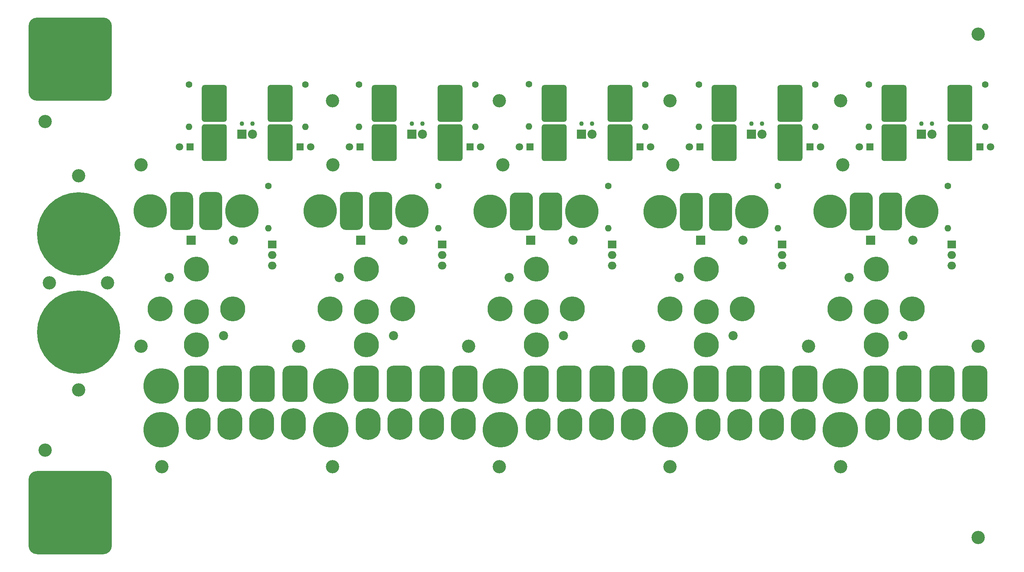
<source format=gbr>
%TF.GenerationSoftware,KiCad,Pcbnew,(5.1.8)-1*%
%TF.CreationDate,2021-07-20T10:02:20+02:00*%
%TF.ProjectId,FJElectricsPCBFront,464a456c-6563-4747-9269-637350434246,rev?*%
%TF.SameCoordinates,Original*%
%TF.FileFunction,Soldermask,Top*%
%TF.FilePolarity,Negative*%
%FSLAX46Y46*%
G04 Gerber Fmt 4.6, Leading zero omitted, Abs format (unit mm)*
G04 Created by KiCad (PCBNEW (5.1.8)-1) date 2021-07-20 10:02:20*
%MOMM*%
%LPD*%
G01*
G04 APERTURE LIST*
%ADD10C,3.200000*%
%ADD11O,1.600000X1.600000*%
%ADD12C,1.600000*%
%ADD13O,2.000000X1.905000*%
%ADD14R,2.000000X1.905000*%
%ADD15C,1.100000*%
%ADD16C,2.200000*%
%ADD17R,2.200000X2.200000*%
%ADD18O,2.200000X2.200000*%
%ADD19C,1.800000*%
%ADD20R,1.800000X1.800000*%
%ADD21O,6.000000X7.620000*%
%ADD22O,8.500000X8.500000*%
%ADD23C,1.500000*%
%ADD24C,8.000000*%
%ADD25C,2.000000*%
%ADD26C,20.000000*%
%ADD27C,6.000000*%
G04 APERTURE END LIST*
D10*
%TO.C,H14*%
X6000000Y-75800000D03*
%TD*%
%TO.C,H3*%
X-8000000Y-75800000D03*
%TD*%
%TO.C,H19*%
X-1000000Y-101500000D03*
%TD*%
%TO.C,H18*%
X-1000000Y-50000000D03*
%TD*%
%TO.C,H28*%
X100000000Y-120000000D03*
%TD*%
%TO.C,H26*%
X141000000Y-120000000D03*
%TD*%
%TO.C,H13*%
X182000000Y-120000000D03*
%TD*%
%TO.C,H8*%
X60000000Y-120000000D03*
%TD*%
D11*
%TO.C,R15*%
X166955000Y-62660000D03*
D12*
X166955000Y-52500000D03*
%TD*%
D11*
%TO.C,R14*%
X85355000Y-62660000D03*
D12*
X85355000Y-52500000D03*
%TD*%
D11*
%TO.C,R13*%
X207755000Y-62660000D03*
D12*
X207755000Y-52500000D03*
%TD*%
D11*
%TO.C,R12*%
X126155000Y-62660000D03*
D12*
X126155000Y-52500000D03*
%TD*%
D13*
%TO.C,Q5*%
X167900000Y-71580000D03*
X167900000Y-69040000D03*
D14*
X167900000Y-66500000D03*
%TD*%
D13*
%TO.C,Q4*%
X86300000Y-71580000D03*
X86300000Y-69040000D03*
D14*
X86300000Y-66500000D03*
%TD*%
D13*
%TO.C,Q3*%
X208700000Y-71580000D03*
X208700000Y-69040000D03*
D14*
X208700000Y-66500000D03*
%TD*%
D13*
%TO.C,Q2*%
X127100000Y-71580000D03*
X127100000Y-69040000D03*
D14*
X127100000Y-66500000D03*
%TD*%
D15*
%TO.C,J10*%
X163140000Y-37460000D03*
D16*
X163140000Y-40000000D03*
D15*
X160600000Y-37460000D03*
D17*
X160600000Y-40000000D03*
%TD*%
D15*
%TO.C,J8*%
X81540000Y-37460000D03*
D16*
X81540000Y-40000000D03*
D15*
X79000000Y-37460000D03*
D17*
X79000000Y-40000000D03*
%TD*%
D15*
%TO.C,J7*%
X203940000Y-37460000D03*
D16*
X203940000Y-40000000D03*
D15*
X201400000Y-37460000D03*
D17*
X201400000Y-40000000D03*
%TD*%
D15*
%TO.C,J5*%
X122340000Y-37460000D03*
D16*
X122340000Y-40000000D03*
D15*
X119800000Y-37460000D03*
D17*
X119800000Y-40000000D03*
%TD*%
D18*
%TO.C,D5*%
X158560000Y-65500000D03*
D17*
X148400000Y-65500000D03*
%TD*%
D18*
%TO.C,D4*%
X76960000Y-65500000D03*
D17*
X66800000Y-65500000D03*
%TD*%
D18*
%TO.C,D3*%
X199360000Y-65500000D03*
D17*
X189200000Y-65500000D03*
%TD*%
D18*
%TO.C,D2*%
X117760000Y-65500000D03*
D17*
X107600000Y-65500000D03*
%TD*%
D15*
%TO.C,J2*%
X40740000Y-37460000D03*
D16*
X40740000Y-40000000D03*
D15*
X38200000Y-37460000D03*
D17*
X38200000Y-40000000D03*
%TD*%
D10*
%TO.C,H1*%
X14000000Y-47400000D03*
%TD*%
D11*
%TO.C,R11*%
X44555000Y-62660000D03*
D12*
X44555000Y-52500000D03*
%TD*%
D13*
%TO.C,Q1*%
X45500000Y-71580000D03*
X45500000Y-69040000D03*
D14*
X45500000Y-66500000D03*
%TD*%
D18*
%TO.C,D1*%
X36160000Y-65500000D03*
D17*
X26000000Y-65500000D03*
%TD*%
D11*
%TO.C,R4*%
X147925000Y-38260000D03*
D12*
X147925000Y-28100000D03*
%TD*%
D11*
%TO.C,R5*%
X188725000Y-38260000D03*
D12*
X188725000Y-28100000D03*
%TD*%
D11*
%TO.C,R6*%
X53485000Y-38260000D03*
D12*
X53485000Y-28100000D03*
%TD*%
D11*
%TO.C,R7*%
X94285000Y-38260000D03*
D12*
X94285000Y-28100000D03*
%TD*%
D11*
%TO.C,R8*%
X135085000Y-38260000D03*
D12*
X135085000Y-28100000D03*
%TD*%
D11*
%TO.C,R9*%
X175885000Y-38260000D03*
D12*
X175885000Y-28100000D03*
%TD*%
D11*
%TO.C,R10*%
X216685000Y-38260000D03*
D12*
X216685000Y-28100000D03*
%TD*%
D19*
%TO.C,Fuse3*%
X104864000Y-43100000D03*
D20*
X107404000Y-43100000D03*
%TD*%
D19*
%TO.C,Fuse4*%
X145664000Y-43100000D03*
D20*
X148204000Y-43100000D03*
%TD*%
D19*
%TO.C,Fuse5*%
X186464000Y-43100000D03*
D20*
X189004000Y-43100000D03*
%TD*%
D19*
%TO.C,Fuse7*%
X95550000Y-43100000D03*
D20*
X93010000Y-43100000D03*
%TD*%
D19*
%TO.C,Fuse9*%
X177150000Y-43100000D03*
D20*
X174610000Y-43100000D03*
%TD*%
D11*
%TO.C,R3*%
X107125000Y-38160000D03*
D12*
X107125000Y-28000000D03*
%TD*%
D19*
%TO.C,Fuse2*%
X64064000Y-43100000D03*
D20*
X66604000Y-43100000D03*
%TD*%
D19*
%TO.C,Fuse6*%
X54750000Y-43100000D03*
D20*
X52210000Y-43100000D03*
%TD*%
D11*
%TO.C,R2*%
X66325000Y-38260000D03*
D12*
X66325000Y-28100000D03*
%TD*%
%TO.C,Fuse_2*%
G36*
G01*
X74807000Y-34200000D02*
X70007000Y-34200000D01*
G75*
G02*
X69407000Y-33600000I0J600000D01*
G01*
X69407000Y-28800000D01*
G75*
G02*
X70007000Y-28200000I600000J0D01*
G01*
X74807000Y-28200000D01*
G75*
G02*
X75407000Y-28800000I0J-600000D01*
G01*
X75407000Y-33600000D01*
G75*
G02*
X74807000Y-34200000I-600000J0D01*
G01*
G37*
G36*
G01*
X74857000Y-37050000D02*
X69957000Y-37050000D01*
G75*
G02*
X69407000Y-36500000I0J550000D01*
G01*
X69407000Y-32100000D01*
G75*
G02*
X69957000Y-31550000I550000J0D01*
G01*
X74857000Y-31550000D01*
G75*
G02*
X75407000Y-32100000I0J-550000D01*
G01*
X75407000Y-36500000D01*
G75*
G02*
X74857000Y-37050000I-550000J0D01*
G01*
G37*
G36*
G01*
X74857000Y-43150000D02*
X69957000Y-43150000D01*
G75*
G02*
X69407000Y-42600000I0J550000D01*
G01*
X69407000Y-38200000D01*
G75*
G02*
X69957000Y-37650000I550000J0D01*
G01*
X74857000Y-37650000D01*
G75*
G02*
X75407000Y-38200000I0J-550000D01*
G01*
X75407000Y-42600000D01*
G75*
G02*
X74857000Y-43150000I-550000J0D01*
G01*
G37*
G36*
G01*
X74807000Y-46500000D02*
X70007000Y-46500000D01*
G75*
G02*
X69407000Y-45900000I0J600000D01*
G01*
X69407000Y-41100000D01*
G75*
G02*
X70007000Y-40500000I600000J0D01*
G01*
X74807000Y-40500000D01*
G75*
G02*
X75407000Y-41100000I0J-600000D01*
G01*
X75407000Y-45900000D01*
G75*
G02*
X74807000Y-46500000I-600000J0D01*
G01*
G37*
%TD*%
%TO.C,Fuse_3*%
G36*
G01*
X115607000Y-34200000D02*
X110807000Y-34200000D01*
G75*
G02*
X110207000Y-33600000I0J600000D01*
G01*
X110207000Y-28800000D01*
G75*
G02*
X110807000Y-28200000I600000J0D01*
G01*
X115607000Y-28200000D01*
G75*
G02*
X116207000Y-28800000I0J-600000D01*
G01*
X116207000Y-33600000D01*
G75*
G02*
X115607000Y-34200000I-600000J0D01*
G01*
G37*
G36*
G01*
X115657000Y-37050000D02*
X110757000Y-37050000D01*
G75*
G02*
X110207000Y-36500000I0J550000D01*
G01*
X110207000Y-32100000D01*
G75*
G02*
X110757000Y-31550000I550000J0D01*
G01*
X115657000Y-31550000D01*
G75*
G02*
X116207000Y-32100000I0J-550000D01*
G01*
X116207000Y-36500000D01*
G75*
G02*
X115657000Y-37050000I-550000J0D01*
G01*
G37*
G36*
G01*
X115657000Y-43150000D02*
X110757000Y-43150000D01*
G75*
G02*
X110207000Y-42600000I0J550000D01*
G01*
X110207000Y-38200000D01*
G75*
G02*
X110757000Y-37650000I550000J0D01*
G01*
X115657000Y-37650000D01*
G75*
G02*
X116207000Y-38200000I0J-550000D01*
G01*
X116207000Y-42600000D01*
G75*
G02*
X115657000Y-43150000I-550000J0D01*
G01*
G37*
G36*
G01*
X115607000Y-46500000D02*
X110807000Y-46500000D01*
G75*
G02*
X110207000Y-45900000I0J600000D01*
G01*
X110207000Y-41100000D01*
G75*
G02*
X110807000Y-40500000I600000J0D01*
G01*
X115607000Y-40500000D01*
G75*
G02*
X116207000Y-41100000I0J-600000D01*
G01*
X116207000Y-45900000D01*
G75*
G02*
X115607000Y-46500000I-600000J0D01*
G01*
G37*
%TD*%
%TO.C,Fuse_4*%
G36*
G01*
X156407000Y-34200000D02*
X151607000Y-34200000D01*
G75*
G02*
X151007000Y-33600000I0J600000D01*
G01*
X151007000Y-28800000D01*
G75*
G02*
X151607000Y-28200000I600000J0D01*
G01*
X156407000Y-28200000D01*
G75*
G02*
X157007000Y-28800000I0J-600000D01*
G01*
X157007000Y-33600000D01*
G75*
G02*
X156407000Y-34200000I-600000J0D01*
G01*
G37*
G36*
G01*
X156457000Y-37050000D02*
X151557000Y-37050000D01*
G75*
G02*
X151007000Y-36500000I0J550000D01*
G01*
X151007000Y-32100000D01*
G75*
G02*
X151557000Y-31550000I550000J0D01*
G01*
X156457000Y-31550000D01*
G75*
G02*
X157007000Y-32100000I0J-550000D01*
G01*
X157007000Y-36500000D01*
G75*
G02*
X156457000Y-37050000I-550000J0D01*
G01*
G37*
G36*
G01*
X156457000Y-43150000D02*
X151557000Y-43150000D01*
G75*
G02*
X151007000Y-42600000I0J550000D01*
G01*
X151007000Y-38200000D01*
G75*
G02*
X151557000Y-37650000I550000J0D01*
G01*
X156457000Y-37650000D01*
G75*
G02*
X157007000Y-38200000I0J-550000D01*
G01*
X157007000Y-42600000D01*
G75*
G02*
X156457000Y-43150000I-550000J0D01*
G01*
G37*
G36*
G01*
X156407000Y-46500000D02*
X151607000Y-46500000D01*
G75*
G02*
X151007000Y-45900000I0J600000D01*
G01*
X151007000Y-41100000D01*
G75*
G02*
X151607000Y-40500000I600000J0D01*
G01*
X156407000Y-40500000D01*
G75*
G02*
X157007000Y-41100000I0J-600000D01*
G01*
X157007000Y-45900000D01*
G75*
G02*
X156407000Y-46500000I-600000J0D01*
G01*
G37*
%TD*%
%TO.C,Fuse_5*%
G36*
G01*
X197207000Y-34200000D02*
X192407000Y-34200000D01*
G75*
G02*
X191807000Y-33600000I0J600000D01*
G01*
X191807000Y-28800000D01*
G75*
G02*
X192407000Y-28200000I600000J0D01*
G01*
X197207000Y-28200000D01*
G75*
G02*
X197807000Y-28800000I0J-600000D01*
G01*
X197807000Y-33600000D01*
G75*
G02*
X197207000Y-34200000I-600000J0D01*
G01*
G37*
G36*
G01*
X197257000Y-37050000D02*
X192357000Y-37050000D01*
G75*
G02*
X191807000Y-36500000I0J550000D01*
G01*
X191807000Y-32100000D01*
G75*
G02*
X192357000Y-31550000I550000J0D01*
G01*
X197257000Y-31550000D01*
G75*
G02*
X197807000Y-32100000I0J-550000D01*
G01*
X197807000Y-36500000D01*
G75*
G02*
X197257000Y-37050000I-550000J0D01*
G01*
G37*
G36*
G01*
X197257000Y-43150000D02*
X192357000Y-43150000D01*
G75*
G02*
X191807000Y-42600000I0J550000D01*
G01*
X191807000Y-38200000D01*
G75*
G02*
X192357000Y-37650000I550000J0D01*
G01*
X197257000Y-37650000D01*
G75*
G02*
X197807000Y-38200000I0J-550000D01*
G01*
X197807000Y-42600000D01*
G75*
G02*
X197257000Y-43150000I-550000J0D01*
G01*
G37*
G36*
G01*
X197207000Y-46500000D02*
X192407000Y-46500000D01*
G75*
G02*
X191807000Y-45900000I0J600000D01*
G01*
X191807000Y-41100000D01*
G75*
G02*
X192407000Y-40500000I600000J0D01*
G01*
X197207000Y-40500000D01*
G75*
G02*
X197807000Y-41100000I0J-600000D01*
G01*
X197807000Y-45900000D01*
G75*
G02*
X197207000Y-46500000I-600000J0D01*
G01*
G37*
%TD*%
%TO.C,Fuse_6*%
G36*
G01*
X49807000Y-34200000D02*
X45007000Y-34200000D01*
G75*
G02*
X44407000Y-33600000I0J600000D01*
G01*
X44407000Y-28800000D01*
G75*
G02*
X45007000Y-28200000I600000J0D01*
G01*
X49807000Y-28200000D01*
G75*
G02*
X50407000Y-28800000I0J-600000D01*
G01*
X50407000Y-33600000D01*
G75*
G02*
X49807000Y-34200000I-600000J0D01*
G01*
G37*
G36*
G01*
X49857000Y-37050000D02*
X44957000Y-37050000D01*
G75*
G02*
X44407000Y-36500000I0J550000D01*
G01*
X44407000Y-32100000D01*
G75*
G02*
X44957000Y-31550000I550000J0D01*
G01*
X49857000Y-31550000D01*
G75*
G02*
X50407000Y-32100000I0J-550000D01*
G01*
X50407000Y-36500000D01*
G75*
G02*
X49857000Y-37050000I-550000J0D01*
G01*
G37*
G36*
G01*
X49857000Y-43150000D02*
X44957000Y-43150000D01*
G75*
G02*
X44407000Y-42600000I0J550000D01*
G01*
X44407000Y-38200000D01*
G75*
G02*
X44957000Y-37650000I550000J0D01*
G01*
X49857000Y-37650000D01*
G75*
G02*
X50407000Y-38200000I0J-550000D01*
G01*
X50407000Y-42600000D01*
G75*
G02*
X49857000Y-43150000I-550000J0D01*
G01*
G37*
G36*
G01*
X49807000Y-46500000D02*
X45007000Y-46500000D01*
G75*
G02*
X44407000Y-45900000I0J600000D01*
G01*
X44407000Y-41100000D01*
G75*
G02*
X45007000Y-40500000I600000J0D01*
G01*
X49807000Y-40500000D01*
G75*
G02*
X50407000Y-41100000I0J-600000D01*
G01*
X50407000Y-45900000D01*
G75*
G02*
X49807000Y-46500000I-600000J0D01*
G01*
G37*
%TD*%
%TO.C,Fuse_8*%
G36*
G01*
X131407000Y-34200000D02*
X126607000Y-34200000D01*
G75*
G02*
X126007000Y-33600000I0J600000D01*
G01*
X126007000Y-28800000D01*
G75*
G02*
X126607000Y-28200000I600000J0D01*
G01*
X131407000Y-28200000D01*
G75*
G02*
X132007000Y-28800000I0J-600000D01*
G01*
X132007000Y-33600000D01*
G75*
G02*
X131407000Y-34200000I-600000J0D01*
G01*
G37*
G36*
G01*
X131457000Y-37050000D02*
X126557000Y-37050000D01*
G75*
G02*
X126007000Y-36500000I0J550000D01*
G01*
X126007000Y-32100000D01*
G75*
G02*
X126557000Y-31550000I550000J0D01*
G01*
X131457000Y-31550000D01*
G75*
G02*
X132007000Y-32100000I0J-550000D01*
G01*
X132007000Y-36500000D01*
G75*
G02*
X131457000Y-37050000I-550000J0D01*
G01*
G37*
G36*
G01*
X131457000Y-43150000D02*
X126557000Y-43150000D01*
G75*
G02*
X126007000Y-42600000I0J550000D01*
G01*
X126007000Y-38200000D01*
G75*
G02*
X126557000Y-37650000I550000J0D01*
G01*
X131457000Y-37650000D01*
G75*
G02*
X132007000Y-38200000I0J-550000D01*
G01*
X132007000Y-42600000D01*
G75*
G02*
X131457000Y-43150000I-550000J0D01*
G01*
G37*
G36*
G01*
X131407000Y-46500000D02*
X126607000Y-46500000D01*
G75*
G02*
X126007000Y-45900000I0J600000D01*
G01*
X126007000Y-41100000D01*
G75*
G02*
X126607000Y-40500000I600000J0D01*
G01*
X131407000Y-40500000D01*
G75*
G02*
X132007000Y-41100000I0J-600000D01*
G01*
X132007000Y-45900000D01*
G75*
G02*
X131407000Y-46500000I-600000J0D01*
G01*
G37*
%TD*%
%TO.C,Fuse_9*%
G36*
G01*
X172207000Y-34200000D02*
X167407000Y-34200000D01*
G75*
G02*
X166807000Y-33600000I0J600000D01*
G01*
X166807000Y-28800000D01*
G75*
G02*
X167407000Y-28200000I600000J0D01*
G01*
X172207000Y-28200000D01*
G75*
G02*
X172807000Y-28800000I0J-600000D01*
G01*
X172807000Y-33600000D01*
G75*
G02*
X172207000Y-34200000I-600000J0D01*
G01*
G37*
G36*
G01*
X172257000Y-37050000D02*
X167357000Y-37050000D01*
G75*
G02*
X166807000Y-36500000I0J550000D01*
G01*
X166807000Y-32100000D01*
G75*
G02*
X167357000Y-31550000I550000J0D01*
G01*
X172257000Y-31550000D01*
G75*
G02*
X172807000Y-32100000I0J-550000D01*
G01*
X172807000Y-36500000D01*
G75*
G02*
X172257000Y-37050000I-550000J0D01*
G01*
G37*
G36*
G01*
X172257000Y-43150000D02*
X167357000Y-43150000D01*
G75*
G02*
X166807000Y-42600000I0J550000D01*
G01*
X166807000Y-38200000D01*
G75*
G02*
X167357000Y-37650000I550000J0D01*
G01*
X172257000Y-37650000D01*
G75*
G02*
X172807000Y-38200000I0J-550000D01*
G01*
X172807000Y-42600000D01*
G75*
G02*
X172257000Y-43150000I-550000J0D01*
G01*
G37*
G36*
G01*
X172207000Y-46500000D02*
X167407000Y-46500000D01*
G75*
G02*
X166807000Y-45900000I0J600000D01*
G01*
X166807000Y-41100000D01*
G75*
G02*
X167407000Y-40500000I600000J0D01*
G01*
X172207000Y-40500000D01*
G75*
G02*
X172807000Y-41100000I0J-600000D01*
G01*
X172807000Y-45900000D01*
G75*
G02*
X172207000Y-46500000I-600000J0D01*
G01*
G37*
%TD*%
%TO.C,Fuse_10*%
G36*
G01*
X213007000Y-34200000D02*
X208207000Y-34200000D01*
G75*
G02*
X207607000Y-33600000I0J600000D01*
G01*
X207607000Y-28800000D01*
G75*
G02*
X208207000Y-28200000I600000J0D01*
G01*
X213007000Y-28200000D01*
G75*
G02*
X213607000Y-28800000I0J-600000D01*
G01*
X213607000Y-33600000D01*
G75*
G02*
X213007000Y-34200000I-600000J0D01*
G01*
G37*
G36*
G01*
X213057000Y-37050000D02*
X208157000Y-37050000D01*
G75*
G02*
X207607000Y-36500000I0J550000D01*
G01*
X207607000Y-32100000D01*
G75*
G02*
X208157000Y-31550000I550000J0D01*
G01*
X213057000Y-31550000D01*
G75*
G02*
X213607000Y-32100000I0J-550000D01*
G01*
X213607000Y-36500000D01*
G75*
G02*
X213057000Y-37050000I-550000J0D01*
G01*
G37*
G36*
G01*
X213057000Y-43150000D02*
X208157000Y-43150000D01*
G75*
G02*
X207607000Y-42600000I0J550000D01*
G01*
X207607000Y-38200000D01*
G75*
G02*
X208157000Y-37650000I550000J0D01*
G01*
X213057000Y-37650000D01*
G75*
G02*
X213607000Y-38200000I0J-550000D01*
G01*
X213607000Y-42600000D01*
G75*
G02*
X213057000Y-43150000I-550000J0D01*
G01*
G37*
G36*
G01*
X213007000Y-46500000D02*
X208207000Y-46500000D01*
G75*
G02*
X207607000Y-45900000I0J600000D01*
G01*
X207607000Y-41100000D01*
G75*
G02*
X208207000Y-40500000I600000J0D01*
G01*
X213007000Y-40500000D01*
G75*
G02*
X213607000Y-41100000I0J-600000D01*
G01*
X213607000Y-45900000D01*
G75*
G02*
X213007000Y-46500000I-600000J0D01*
G01*
G37*
%TD*%
D10*
%TO.C,H7*%
X215000000Y-137000000D03*
%TD*%
%TO.C,H10*%
X60100000Y-47400000D03*
%TD*%
%TO.C,H15*%
X182000000Y-32000000D03*
%TD*%
%TO.C,H21*%
X19000000Y-120000000D03*
%TD*%
%TO.C,H23*%
X215000000Y-16000000D03*
%TD*%
%TO.C,H24*%
X100900000Y-47400000D03*
%TD*%
%TO.C,H27*%
X141700000Y-47400000D03*
%TD*%
%TO.C,H33*%
X182500000Y-47400000D03*
%TD*%
%TO.C,H36*%
X100000000Y-32000000D03*
%TD*%
D21*
%TO.C,J3*%
X27720000Y-109700000D03*
X35340000Y-109700000D03*
%TD*%
%TO.C,J6*%
X109320000Y-109790000D03*
X116940000Y-109790000D03*
%TD*%
%TO.C,J9*%
X150120000Y-109900000D03*
X157740000Y-109900000D03*
%TD*%
%TO.C,J14*%
X190920000Y-109790000D03*
X198540000Y-109790000D03*
%TD*%
%TO.C,J15*%
G36*
G01*
X40100000Y-102900000D02*
X40100000Y-97200000D01*
G75*
G02*
X41600000Y-95700000I1500000J0D01*
G01*
X44600000Y-95700000D01*
G75*
G02*
X46100000Y-97200000I0J-1500000D01*
G01*
X46100000Y-102900000D01*
G75*
G02*
X44600000Y-104400000I-1500000J0D01*
G01*
X41600000Y-104400000D01*
G75*
G02*
X40100000Y-102900000I0J1500000D01*
G01*
G37*
G36*
G01*
X48000000Y-102900000D02*
X48000000Y-97200000D01*
G75*
G02*
X49500000Y-95700000I1500000J0D01*
G01*
X52500000Y-95700000D01*
G75*
G02*
X54000000Y-97200000I0J-1500000D01*
G01*
X54000000Y-102900000D01*
G75*
G02*
X52500000Y-104400000I-1500000J0D01*
G01*
X49500000Y-104400000D01*
G75*
G02*
X48000000Y-102900000I0J1500000D01*
G01*
G37*
%TD*%
%TO.C,J16*%
G36*
G01*
X80900000Y-102895000D02*
X80900000Y-97195000D01*
G75*
G02*
X82400000Y-95695000I1500000J0D01*
G01*
X85400000Y-95695000D01*
G75*
G02*
X86900000Y-97195000I0J-1500000D01*
G01*
X86900000Y-102895000D01*
G75*
G02*
X85400000Y-104395000I-1500000J0D01*
G01*
X82400000Y-104395000D01*
G75*
G02*
X80900000Y-102895000I0J1500000D01*
G01*
G37*
G36*
G01*
X88800000Y-102895000D02*
X88800000Y-97195000D01*
G75*
G02*
X90300000Y-95695000I1500000J0D01*
G01*
X93300000Y-95695000D01*
G75*
G02*
X94800000Y-97195000I0J-1500000D01*
G01*
X94800000Y-102895000D01*
G75*
G02*
X93300000Y-104395000I-1500000J0D01*
G01*
X90300000Y-104395000D01*
G75*
G02*
X88800000Y-102895000I0J1500000D01*
G01*
G37*
%TD*%
%TO.C,J19*%
G36*
G01*
X121700000Y-102900000D02*
X121700000Y-97200000D01*
G75*
G02*
X123200000Y-95700000I1500000J0D01*
G01*
X126200000Y-95700000D01*
G75*
G02*
X127700000Y-97200000I0J-1500000D01*
G01*
X127700000Y-102900000D01*
G75*
G02*
X126200000Y-104400000I-1500000J0D01*
G01*
X123200000Y-104400000D01*
G75*
G02*
X121700000Y-102900000I0J1500000D01*
G01*
G37*
G36*
G01*
X129600000Y-102900000D02*
X129600000Y-97200000D01*
G75*
G02*
X131100000Y-95700000I1500000J0D01*
G01*
X134100000Y-95700000D01*
G75*
G02*
X135600000Y-97200000I0J-1500000D01*
G01*
X135600000Y-102900000D01*
G75*
G02*
X134100000Y-104400000I-1500000J0D01*
G01*
X131100000Y-104400000D01*
G75*
G02*
X129600000Y-102900000I0J1500000D01*
G01*
G37*
%TD*%
%TO.C,J20*%
X83760000Y-109700000D03*
X91380000Y-109700000D03*
%TD*%
%TO.C,J22*%
G36*
G01*
X162500000Y-102900000D02*
X162500000Y-97200000D01*
G75*
G02*
X164000000Y-95700000I1500000J0D01*
G01*
X167000000Y-95700000D01*
G75*
G02*
X168500000Y-97200000I0J-1500000D01*
G01*
X168500000Y-102900000D01*
G75*
G02*
X167000000Y-104400000I-1500000J0D01*
G01*
X164000000Y-104400000D01*
G75*
G02*
X162500000Y-102900000I0J1500000D01*
G01*
G37*
G36*
G01*
X170400000Y-102900000D02*
X170400000Y-97200000D01*
G75*
G02*
X171900000Y-95700000I1500000J0D01*
G01*
X174900000Y-95700000D01*
G75*
G02*
X176400000Y-97200000I0J-1500000D01*
G01*
X176400000Y-102900000D01*
G75*
G02*
X174900000Y-104400000I-1500000J0D01*
G01*
X171900000Y-104400000D01*
G75*
G02*
X170400000Y-102900000I0J1500000D01*
G01*
G37*
%TD*%
%TO.C,J24*%
X124560000Y-109790000D03*
X132180000Y-109790000D03*
%TD*%
%TO.C,J25*%
G36*
G01*
X203300000Y-102900000D02*
X203300000Y-97200000D01*
G75*
G02*
X204800000Y-95700000I1500000J0D01*
G01*
X207800000Y-95700000D01*
G75*
G02*
X209300000Y-97200000I0J-1500000D01*
G01*
X209300000Y-102900000D01*
G75*
G02*
X207800000Y-104400000I-1500000J0D01*
G01*
X204800000Y-104400000D01*
G75*
G02*
X203300000Y-102900000I0J1500000D01*
G01*
G37*
G36*
G01*
X211200000Y-102900000D02*
X211200000Y-97200000D01*
G75*
G02*
X212700000Y-95700000I1500000J0D01*
G01*
X215700000Y-95700000D01*
G75*
G02*
X217200000Y-97200000I0J-1500000D01*
G01*
X217200000Y-102900000D01*
G75*
G02*
X215700000Y-104400000I-1500000J0D01*
G01*
X212700000Y-104400000D01*
G75*
G02*
X211200000Y-102900000I0J1500000D01*
G01*
G37*
%TD*%
%TO.C,J26*%
X165360000Y-109800000D03*
X172980000Y-109800000D03*
%TD*%
%TO.C,J27*%
X206160000Y-109790000D03*
X213780000Y-109790000D03*
%TD*%
%TO.C,J29*%
G36*
G01*
X24300000Y-102900000D02*
X24300000Y-97200000D01*
G75*
G02*
X25800000Y-95700000I1500000J0D01*
G01*
X28800000Y-95700000D01*
G75*
G02*
X30300000Y-97200000I0J-1500000D01*
G01*
X30300000Y-102900000D01*
G75*
G02*
X28800000Y-104400000I-1500000J0D01*
G01*
X25800000Y-104400000D01*
G75*
G02*
X24300000Y-102900000I0J1500000D01*
G01*
G37*
G36*
G01*
X32200000Y-102900000D02*
X32200000Y-97200000D01*
G75*
G02*
X33700000Y-95700000I1500000J0D01*
G01*
X36700000Y-95700000D01*
G75*
G02*
X38200000Y-97200000I0J-1500000D01*
G01*
X38200000Y-102900000D01*
G75*
G02*
X36700000Y-104400000I-1500000J0D01*
G01*
X33700000Y-104400000D01*
G75*
G02*
X32200000Y-102900000I0J1500000D01*
G01*
G37*
%TD*%
%TO.C,J30*%
G36*
G01*
X105900000Y-102900000D02*
X105900000Y-97200000D01*
G75*
G02*
X107400000Y-95700000I1500000J0D01*
G01*
X110400000Y-95700000D01*
G75*
G02*
X111900000Y-97200000I0J-1500000D01*
G01*
X111900000Y-102900000D01*
G75*
G02*
X110400000Y-104400000I-1500000J0D01*
G01*
X107400000Y-104400000D01*
G75*
G02*
X105900000Y-102900000I0J1500000D01*
G01*
G37*
G36*
G01*
X113800000Y-102900000D02*
X113800000Y-97200000D01*
G75*
G02*
X115300000Y-95700000I1500000J0D01*
G01*
X118300000Y-95700000D01*
G75*
G02*
X119800000Y-97200000I0J-1500000D01*
G01*
X119800000Y-102900000D01*
G75*
G02*
X118300000Y-104400000I-1500000J0D01*
G01*
X115300000Y-104400000D01*
G75*
G02*
X113800000Y-102900000I0J1500000D01*
G01*
G37*
%TD*%
%TO.C,J31*%
G36*
G01*
X187500000Y-102900000D02*
X187500000Y-97200000D01*
G75*
G02*
X189000000Y-95700000I1500000J0D01*
G01*
X192000000Y-95700000D01*
G75*
G02*
X193500000Y-97200000I0J-1500000D01*
G01*
X193500000Y-102900000D01*
G75*
G02*
X192000000Y-104400000I-1500000J0D01*
G01*
X189000000Y-104400000D01*
G75*
G02*
X187500000Y-102900000I0J1500000D01*
G01*
G37*
G36*
G01*
X195400000Y-102900000D02*
X195400000Y-97200000D01*
G75*
G02*
X196900000Y-95700000I1500000J0D01*
G01*
X199900000Y-95700000D01*
G75*
G02*
X201400000Y-97200000I0J-1500000D01*
G01*
X201400000Y-102900000D01*
G75*
G02*
X199900000Y-104400000I-1500000J0D01*
G01*
X196900000Y-104400000D01*
G75*
G02*
X195400000Y-102900000I0J1500000D01*
G01*
G37*
%TD*%
D22*
%TO.C,J32*%
X18800000Y-100600000D03*
X18800000Y-111100000D03*
%TD*%
%TO.C,J33*%
X100300000Y-100600000D03*
X100300000Y-111100000D03*
%TD*%
%TO.C,J34*%
X181900000Y-100600000D03*
X181900000Y-111100000D03*
%TD*%
%TO.C,J35*%
G36*
G01*
X65100000Y-102900000D02*
X65100000Y-97200000D01*
G75*
G02*
X66600000Y-95700000I1500000J0D01*
G01*
X69600000Y-95700000D01*
G75*
G02*
X71100000Y-97200000I0J-1500000D01*
G01*
X71100000Y-102900000D01*
G75*
G02*
X69600000Y-104400000I-1500000J0D01*
G01*
X66600000Y-104400000D01*
G75*
G02*
X65100000Y-102900000I0J1500000D01*
G01*
G37*
G36*
G01*
X73000000Y-102900000D02*
X73000000Y-97200000D01*
G75*
G02*
X74500000Y-95700000I1500000J0D01*
G01*
X77500000Y-95700000D01*
G75*
G02*
X79000000Y-97200000I0J-1500000D01*
G01*
X79000000Y-102900000D01*
G75*
G02*
X77500000Y-104400000I-1500000J0D01*
G01*
X74500000Y-104400000D01*
G75*
G02*
X73000000Y-102900000I0J1500000D01*
G01*
G37*
%TD*%
%TO.C,J36*%
G36*
G01*
X146700000Y-102900000D02*
X146700000Y-97200000D01*
G75*
G02*
X148200000Y-95700000I1500000J0D01*
G01*
X151200000Y-95700000D01*
G75*
G02*
X152700000Y-97200000I0J-1500000D01*
G01*
X152700000Y-102900000D01*
G75*
G02*
X151200000Y-104400000I-1500000J0D01*
G01*
X148200000Y-104400000D01*
G75*
G02*
X146700000Y-102900000I0J1500000D01*
G01*
G37*
G36*
G01*
X154600000Y-102900000D02*
X154600000Y-97200000D01*
G75*
G02*
X156100000Y-95700000I1500000J0D01*
G01*
X159100000Y-95700000D01*
G75*
G02*
X160600000Y-97200000I0J-1500000D01*
G01*
X160600000Y-102900000D01*
G75*
G02*
X159100000Y-104400000I-1500000J0D01*
G01*
X156100000Y-104400000D01*
G75*
G02*
X154600000Y-102900000I0J1500000D01*
G01*
G37*
%TD*%
%TO.C,J37*%
X59600000Y-100600000D03*
X59600000Y-111100000D03*
%TD*%
%TO.C,J38*%
X141100000Y-100600000D03*
X141100000Y-111100000D03*
%TD*%
D23*
%TO.C,SW1*%
X24750000Y-58450000D03*
X29750000Y-58450000D03*
D24*
X38250000Y-58500000D03*
X16250000Y-58500000D03*
G36*
G01*
X29375000Y-53950000D02*
X32125000Y-53950000D01*
G75*
G02*
X33500000Y-55325000I0J-1375000D01*
G01*
X33500000Y-58575000D01*
G75*
G02*
X32125000Y-59950000I-1375000J0D01*
G01*
X29375000Y-59950000D01*
G75*
G02*
X28000000Y-58575000I0J1375000D01*
G01*
X28000000Y-55325000D01*
G75*
G02*
X29375000Y-53950000I1375000J0D01*
G01*
G37*
G36*
G01*
X22375000Y-53950000D02*
X25125000Y-53950000D01*
G75*
G02*
X26500000Y-55325000I0J-1375000D01*
G01*
X26500000Y-58575000D01*
G75*
G02*
X25125000Y-59950000I-1375000J0D01*
G01*
X22375000Y-59950000D01*
G75*
G02*
X21000000Y-58575000I0J1375000D01*
G01*
X21000000Y-55325000D01*
G75*
G02*
X22375000Y-53950000I1375000J0D01*
G01*
G37*
G36*
G01*
X22375000Y-57050000D02*
X25125000Y-57050000D01*
G75*
G02*
X26500000Y-58425000I0J-1375000D01*
G01*
X26500000Y-61675000D01*
G75*
G02*
X25125000Y-63050000I-1375000J0D01*
G01*
X22375000Y-63050000D01*
G75*
G02*
X21000000Y-61675000I0J1375000D01*
G01*
X21000000Y-58425000D01*
G75*
G02*
X22375000Y-57050000I1375000J0D01*
G01*
G37*
G36*
G01*
X29375000Y-57050000D02*
X32125000Y-57050000D01*
G75*
G02*
X33500000Y-58425000I0J-1375000D01*
G01*
X33500000Y-61675000D01*
G75*
G02*
X32125000Y-63050000I-1375000J0D01*
G01*
X29375000Y-63050000D01*
G75*
G02*
X28000000Y-61675000I0J1375000D01*
G01*
X28000000Y-58425000D01*
G75*
G02*
X29375000Y-57050000I1375000J0D01*
G01*
G37*
%TD*%
D23*
%TO.C,SW2*%
X106350000Y-58550000D03*
X111350000Y-58550000D03*
D24*
X119850000Y-58600000D03*
X97850000Y-58600000D03*
G36*
G01*
X110975000Y-54050000D02*
X113725000Y-54050000D01*
G75*
G02*
X115100000Y-55425000I0J-1375000D01*
G01*
X115100000Y-58675000D01*
G75*
G02*
X113725000Y-60050000I-1375000J0D01*
G01*
X110975000Y-60050000D01*
G75*
G02*
X109600000Y-58675000I0J1375000D01*
G01*
X109600000Y-55425000D01*
G75*
G02*
X110975000Y-54050000I1375000J0D01*
G01*
G37*
G36*
G01*
X103975000Y-54050000D02*
X106725000Y-54050000D01*
G75*
G02*
X108100000Y-55425000I0J-1375000D01*
G01*
X108100000Y-58675000D01*
G75*
G02*
X106725000Y-60050000I-1375000J0D01*
G01*
X103975000Y-60050000D01*
G75*
G02*
X102600000Y-58675000I0J1375000D01*
G01*
X102600000Y-55425000D01*
G75*
G02*
X103975000Y-54050000I1375000J0D01*
G01*
G37*
G36*
G01*
X103975000Y-57150000D02*
X106725000Y-57150000D01*
G75*
G02*
X108100000Y-58525000I0J-1375000D01*
G01*
X108100000Y-61775000D01*
G75*
G02*
X106725000Y-63150000I-1375000J0D01*
G01*
X103975000Y-63150000D01*
G75*
G02*
X102600000Y-61775000I0J1375000D01*
G01*
X102600000Y-58525000D01*
G75*
G02*
X103975000Y-57150000I1375000J0D01*
G01*
G37*
G36*
G01*
X110975000Y-57150000D02*
X113725000Y-57150000D01*
G75*
G02*
X115100000Y-58525000I0J-1375000D01*
G01*
X115100000Y-61775000D01*
G75*
G02*
X113725000Y-63150000I-1375000J0D01*
G01*
X110975000Y-63150000D01*
G75*
G02*
X109600000Y-61775000I0J1375000D01*
G01*
X109600000Y-58525000D01*
G75*
G02*
X110975000Y-57150000I1375000J0D01*
G01*
G37*
%TD*%
D23*
%TO.C,SW3*%
X187950000Y-58550000D03*
X192950000Y-58550000D03*
D24*
X201450000Y-58600000D03*
X179450000Y-58600000D03*
G36*
G01*
X192575000Y-54050000D02*
X195325000Y-54050000D01*
G75*
G02*
X196700000Y-55425000I0J-1375000D01*
G01*
X196700000Y-58675000D01*
G75*
G02*
X195325000Y-60050000I-1375000J0D01*
G01*
X192575000Y-60050000D01*
G75*
G02*
X191200000Y-58675000I0J1375000D01*
G01*
X191200000Y-55425000D01*
G75*
G02*
X192575000Y-54050000I1375000J0D01*
G01*
G37*
G36*
G01*
X185575000Y-54050000D02*
X188325000Y-54050000D01*
G75*
G02*
X189700000Y-55425000I0J-1375000D01*
G01*
X189700000Y-58675000D01*
G75*
G02*
X188325000Y-60050000I-1375000J0D01*
G01*
X185575000Y-60050000D01*
G75*
G02*
X184200000Y-58675000I0J1375000D01*
G01*
X184200000Y-55425000D01*
G75*
G02*
X185575000Y-54050000I1375000J0D01*
G01*
G37*
G36*
G01*
X185575000Y-57150000D02*
X188325000Y-57150000D01*
G75*
G02*
X189700000Y-58525000I0J-1375000D01*
G01*
X189700000Y-61775000D01*
G75*
G02*
X188325000Y-63150000I-1375000J0D01*
G01*
X185575000Y-63150000D01*
G75*
G02*
X184200000Y-61775000I0J1375000D01*
G01*
X184200000Y-58525000D01*
G75*
G02*
X185575000Y-57150000I1375000J0D01*
G01*
G37*
G36*
G01*
X192575000Y-57150000D02*
X195325000Y-57150000D01*
G75*
G02*
X196700000Y-58525000I0J-1375000D01*
G01*
X196700000Y-61775000D01*
G75*
G02*
X195325000Y-63150000I-1375000J0D01*
G01*
X192575000Y-63150000D01*
G75*
G02*
X191200000Y-61775000I0J1375000D01*
G01*
X191200000Y-58525000D01*
G75*
G02*
X192575000Y-57150000I1375000J0D01*
G01*
G37*
%TD*%
D23*
%TO.C,SW4*%
X65550000Y-58450000D03*
X70550000Y-58450000D03*
D24*
X79050000Y-58500000D03*
X57050000Y-58500000D03*
G36*
G01*
X70175000Y-53950000D02*
X72925000Y-53950000D01*
G75*
G02*
X74300000Y-55325000I0J-1375000D01*
G01*
X74300000Y-58575000D01*
G75*
G02*
X72925000Y-59950000I-1375000J0D01*
G01*
X70175000Y-59950000D01*
G75*
G02*
X68800000Y-58575000I0J1375000D01*
G01*
X68800000Y-55325000D01*
G75*
G02*
X70175000Y-53950000I1375000J0D01*
G01*
G37*
G36*
G01*
X63175000Y-53950000D02*
X65925000Y-53950000D01*
G75*
G02*
X67300000Y-55325000I0J-1375000D01*
G01*
X67300000Y-58575000D01*
G75*
G02*
X65925000Y-59950000I-1375000J0D01*
G01*
X63175000Y-59950000D01*
G75*
G02*
X61800000Y-58575000I0J1375000D01*
G01*
X61800000Y-55325000D01*
G75*
G02*
X63175000Y-53950000I1375000J0D01*
G01*
G37*
G36*
G01*
X63175000Y-57050000D02*
X65925000Y-57050000D01*
G75*
G02*
X67300000Y-58425000I0J-1375000D01*
G01*
X67300000Y-61675000D01*
G75*
G02*
X65925000Y-63050000I-1375000J0D01*
G01*
X63175000Y-63050000D01*
G75*
G02*
X61800000Y-61675000I0J1375000D01*
G01*
X61800000Y-58425000D01*
G75*
G02*
X63175000Y-57050000I1375000J0D01*
G01*
G37*
G36*
G01*
X70175000Y-57050000D02*
X72925000Y-57050000D01*
G75*
G02*
X74300000Y-58425000I0J-1375000D01*
G01*
X74300000Y-61675000D01*
G75*
G02*
X72925000Y-63050000I-1375000J0D01*
G01*
X70175000Y-63050000D01*
G75*
G02*
X68800000Y-61675000I0J1375000D01*
G01*
X68800000Y-58425000D01*
G75*
G02*
X70175000Y-57050000I1375000J0D01*
G01*
G37*
%TD*%
D23*
%TO.C,SW5*%
X147150000Y-58650000D03*
X152150000Y-58650000D03*
D24*
X160650000Y-58700000D03*
X138650000Y-58700000D03*
G36*
G01*
X151775000Y-54150000D02*
X154525000Y-54150000D01*
G75*
G02*
X155900000Y-55525000I0J-1375000D01*
G01*
X155900000Y-58775000D01*
G75*
G02*
X154525000Y-60150000I-1375000J0D01*
G01*
X151775000Y-60150000D01*
G75*
G02*
X150400000Y-58775000I0J1375000D01*
G01*
X150400000Y-55525000D01*
G75*
G02*
X151775000Y-54150000I1375000J0D01*
G01*
G37*
G36*
G01*
X144775000Y-54150000D02*
X147525000Y-54150000D01*
G75*
G02*
X148900000Y-55525000I0J-1375000D01*
G01*
X148900000Y-58775000D01*
G75*
G02*
X147525000Y-60150000I-1375000J0D01*
G01*
X144775000Y-60150000D01*
G75*
G02*
X143400000Y-58775000I0J1375000D01*
G01*
X143400000Y-55525000D01*
G75*
G02*
X144775000Y-54150000I1375000J0D01*
G01*
G37*
G36*
G01*
X144775000Y-57250000D02*
X147525000Y-57250000D01*
G75*
G02*
X148900000Y-58625000I0J-1375000D01*
G01*
X148900000Y-61875000D01*
G75*
G02*
X147525000Y-63250000I-1375000J0D01*
G01*
X144775000Y-63250000D01*
G75*
G02*
X143400000Y-61875000I0J1375000D01*
G01*
X143400000Y-58625000D01*
G75*
G02*
X144775000Y-57250000I1375000J0D01*
G01*
G37*
G36*
G01*
X151775000Y-57250000D02*
X154525000Y-57250000D01*
G75*
G02*
X155900000Y-58625000I0J-1375000D01*
G01*
X155900000Y-61875000D01*
G75*
G02*
X154525000Y-63250000I-1375000J0D01*
G01*
X151775000Y-63250000D01*
G75*
G02*
X150400000Y-61875000I0J1375000D01*
G01*
X150400000Y-58625000D01*
G75*
G02*
X151775000Y-57250000I1375000J0D01*
G01*
G37*
%TD*%
D25*
%TO.C,J39*%
X-3000000Y-125000000D03*
X-3000000Y-137000000D03*
X-10000000Y-125000000D03*
X-10000000Y-131000000D03*
X3000000Y-131000000D03*
X3000000Y-137000000D03*
X-10000000Y-137000000D03*
X3000000Y-125000000D03*
G36*
G01*
X5000000Y-141000000D02*
X-11000000Y-141000000D01*
G75*
G02*
X-13000000Y-139000000I0J2000000D01*
G01*
X-13000000Y-123000000D01*
G75*
G02*
X-11000000Y-121000000I2000000J0D01*
G01*
X5000000Y-121000000D01*
G75*
G02*
X7000000Y-123000000I0J-2000000D01*
G01*
X7000000Y-139000000D01*
G75*
G02*
X5000000Y-141000000I-2000000J0D01*
G01*
G37*
%TD*%
%TO.C,J18*%
X-3000000Y-16000000D03*
X-3000000Y-28000000D03*
X-10000000Y-16000000D03*
X-10000000Y-22000000D03*
X3000000Y-22000000D03*
X3000000Y-28000000D03*
X-10000000Y-28000000D03*
X3000000Y-16000000D03*
G36*
G01*
X5000000Y-32000000D02*
X-11000000Y-32000000D01*
G75*
G02*
X-13000000Y-30000000I0J2000000D01*
G01*
X-13000000Y-14000000D01*
G75*
G02*
X-11000000Y-12000000I2000000J0D01*
G01*
X5000000Y-12000000D01*
G75*
G02*
X7000000Y-14000000I0J-2000000D01*
G01*
X7000000Y-30000000D01*
G75*
G02*
X5000000Y-32000000I-2000000J0D01*
G01*
G37*
%TD*%
%TO.C,Fuse_7*%
G36*
G01*
X90607000Y-34200000D02*
X85807000Y-34200000D01*
G75*
G02*
X85207000Y-33600000I0J600000D01*
G01*
X85207000Y-28800000D01*
G75*
G02*
X85807000Y-28200000I600000J0D01*
G01*
X90607000Y-28200000D01*
G75*
G02*
X91207000Y-28800000I0J-600000D01*
G01*
X91207000Y-33600000D01*
G75*
G02*
X90607000Y-34200000I-600000J0D01*
G01*
G37*
G36*
G01*
X90657000Y-37050000D02*
X85757000Y-37050000D01*
G75*
G02*
X85207000Y-36500000I0J550000D01*
G01*
X85207000Y-32100000D01*
G75*
G02*
X85757000Y-31550000I550000J0D01*
G01*
X90657000Y-31550000D01*
G75*
G02*
X91207000Y-32100000I0J-550000D01*
G01*
X91207000Y-36500000D01*
G75*
G02*
X90657000Y-37050000I-550000J0D01*
G01*
G37*
G36*
G01*
X90657000Y-43150000D02*
X85757000Y-43150000D01*
G75*
G02*
X85207000Y-42600000I0J550000D01*
G01*
X85207000Y-38200000D01*
G75*
G02*
X85757000Y-37650000I550000J0D01*
G01*
X90657000Y-37650000D01*
G75*
G02*
X91207000Y-38200000I0J-550000D01*
G01*
X91207000Y-42600000D01*
G75*
G02*
X90657000Y-43150000I-550000J0D01*
G01*
G37*
G36*
G01*
X90607000Y-46500000D02*
X85807000Y-46500000D01*
G75*
G02*
X85207000Y-45900000I0J600000D01*
G01*
X85207000Y-41100000D01*
G75*
G02*
X85807000Y-40500000I600000J0D01*
G01*
X90607000Y-40500000D01*
G75*
G02*
X91207000Y-41100000I0J-600000D01*
G01*
X91207000Y-45900000D01*
G75*
G02*
X90607000Y-46500000I-600000J0D01*
G01*
G37*
%TD*%
D19*
%TO.C,Fuse8*%
X136350000Y-43100000D03*
D20*
X133810000Y-43100000D03*
%TD*%
D19*
%TO.C,Fuse10*%
X217950000Y-43100000D03*
D20*
X215410000Y-43100000D03*
%TD*%
D10*
%TO.C,H34*%
X51850000Y-91000000D03*
%TD*%
%TO.C,H6*%
X133450000Y-91000000D03*
%TD*%
%TO.C,H4*%
X92650000Y-91000000D03*
%TD*%
%TO.C,H12*%
X174250000Y-91000000D03*
%TD*%
%TO.C,H11*%
X215050000Y-91000000D03*
%TD*%
D21*
%TO.C,J17*%
X42960000Y-109690000D03*
X50580000Y-109690000D03*
%TD*%
%TO.C,J4*%
X68520000Y-109700000D03*
X76140000Y-109700000D03*
%TD*%
D19*
%TO.C,Fuse1*%
X23264000Y-43100000D03*
D20*
X25804000Y-43100000D03*
%TD*%
D11*
%TO.C,R1*%
X25525000Y-38260000D03*
D12*
X25525000Y-28100000D03*
%TD*%
%TO.C,Fuse_1*%
G36*
G01*
X34007000Y-34200000D02*
X29207000Y-34200000D01*
G75*
G02*
X28607000Y-33600000I0J600000D01*
G01*
X28607000Y-28800000D01*
G75*
G02*
X29207000Y-28200000I600000J0D01*
G01*
X34007000Y-28200000D01*
G75*
G02*
X34607000Y-28800000I0J-600000D01*
G01*
X34607000Y-33600000D01*
G75*
G02*
X34007000Y-34200000I-600000J0D01*
G01*
G37*
G36*
G01*
X34057000Y-37050000D02*
X29157000Y-37050000D01*
G75*
G02*
X28607000Y-36500000I0J550000D01*
G01*
X28607000Y-32100000D01*
G75*
G02*
X29157000Y-31550000I550000J0D01*
G01*
X34057000Y-31550000D01*
G75*
G02*
X34607000Y-32100000I0J-550000D01*
G01*
X34607000Y-36500000D01*
G75*
G02*
X34057000Y-37050000I-550000J0D01*
G01*
G37*
G36*
G01*
X34057000Y-43150000D02*
X29157000Y-43150000D01*
G75*
G02*
X28607000Y-42600000I0J550000D01*
G01*
X28607000Y-38200000D01*
G75*
G02*
X29157000Y-37650000I550000J0D01*
G01*
X34057000Y-37650000D01*
G75*
G02*
X34607000Y-38200000I0J-550000D01*
G01*
X34607000Y-42600000D01*
G75*
G02*
X34057000Y-43150000I-550000J0D01*
G01*
G37*
G36*
G01*
X34007000Y-46500000D02*
X29207000Y-46500000D01*
G75*
G02*
X28607000Y-45900000I0J600000D01*
G01*
X28607000Y-41100000D01*
G75*
G02*
X29207000Y-40500000I600000J0D01*
G01*
X34007000Y-40500000D01*
G75*
G02*
X34607000Y-41100000I0J-600000D01*
G01*
X34607000Y-45900000D01*
G75*
G02*
X34007000Y-46500000I-600000J0D01*
G01*
G37*
%TD*%
D25*
%TO.C,J1*%
X-6500000Y-68500000D03*
X4500000Y-59500000D03*
X6000000Y-64000000D03*
X-8000000Y-64000000D03*
X-6500000Y-59500000D03*
X-1000000Y-80600000D03*
X-1000000Y-94600000D03*
D26*
X-1000000Y-64000000D03*
X-1000000Y-87600000D03*
D25*
X-1000000Y-57000000D03*
X-1000000Y-71000000D03*
X-8000000Y-87600000D03*
X-6500000Y-83100000D03*
X4500000Y-68500000D03*
X4500000Y-83100000D03*
X6000000Y-87600000D03*
X-6500000Y-92100000D03*
X4500000Y-92100000D03*
%TD*%
D10*
%TO.C,H2*%
X-9000000Y-37000000D03*
%TD*%
%TO.C,H5*%
X-9000000Y-116000000D03*
%TD*%
%TO.C,H9*%
X14000000Y-91000000D03*
%TD*%
%TO.C,H17*%
X60000000Y-32000000D03*
%TD*%
%TO.C,H22*%
X141000000Y-32000000D03*
%TD*%
D27*
%TO.C,K1*%
X18600000Y-82000000D03*
X27300000Y-72500000D03*
X36000000Y-82000000D03*
D16*
X20800000Y-74500000D03*
D27*
X27300000Y-82700000D03*
X27300000Y-90700000D03*
D16*
X33800000Y-88500000D03*
%TD*%
D27*
%TO.C,K3*%
X181800000Y-82000000D03*
X190500000Y-72500000D03*
X199200000Y-82000000D03*
D16*
X184000000Y-74500000D03*
D27*
X190500000Y-82700000D03*
X190500000Y-90700000D03*
D16*
X197000000Y-88500000D03*
%TD*%
D27*
%TO.C,K4*%
X59400000Y-82000000D03*
X68100000Y-72500000D03*
X76800000Y-82000000D03*
D16*
X61600000Y-74500000D03*
D27*
X68100000Y-82700000D03*
X68100000Y-90700000D03*
D16*
X74600000Y-88500000D03*
%TD*%
D27*
%TO.C,K5*%
X141000000Y-82000000D03*
X149700000Y-72500000D03*
X158400000Y-82000000D03*
D16*
X143200000Y-74500000D03*
D27*
X149700000Y-82700000D03*
X149700000Y-90700000D03*
D16*
X156200000Y-88500000D03*
%TD*%
D27*
%TO.C,K2*%
X100200000Y-82000000D03*
X108900000Y-72500000D03*
X117600000Y-82000000D03*
D16*
X102400000Y-74500000D03*
D27*
X108900000Y-82700000D03*
X108900000Y-90700000D03*
D16*
X115400000Y-88500000D03*
%TD*%
M02*

</source>
